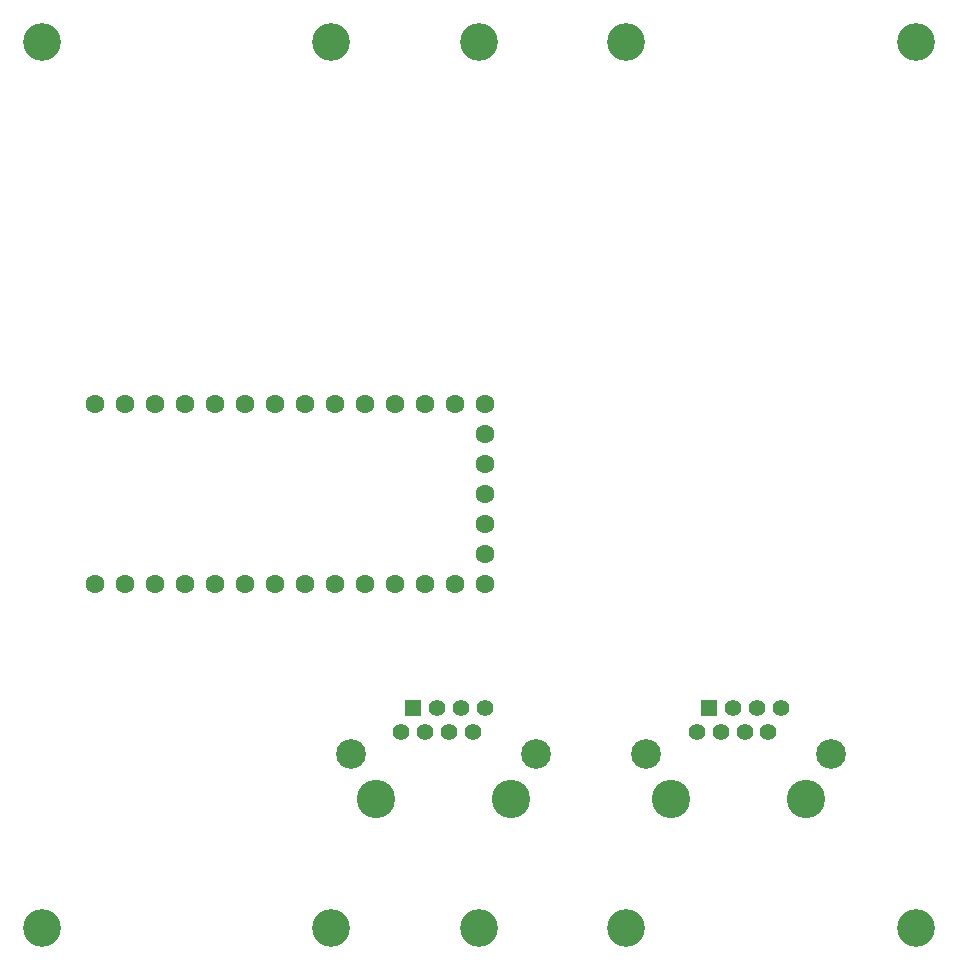
<source format=gbr>
%TF.GenerationSoftware,KiCad,Pcbnew,7.0.7-7.0.7~ubuntu20.04.1*%
%TF.CreationDate,2023-09-06T17:53:36-07:00*%
%TF.ProjectId,teensy-control-panel,7465656e-7379-42d6-936f-6e74726f6c2d,rev?*%
%TF.SameCoordinates,Original*%
%TF.FileFunction,Soldermask,Bot*%
%TF.FilePolarity,Negative*%
%FSLAX46Y46*%
G04 Gerber Fmt 4.6, Leading zero omitted, Abs format (unit mm)*
G04 Created by KiCad (PCBNEW 7.0.7-7.0.7~ubuntu20.04.1) date 2023-09-06 17:53:36*
%MOMM*%
%LPD*%
G01*
G04 APERTURE LIST*
%ADD10C,1.600000*%
%ADD11C,2.520000*%
%ADD12R,1.398000X1.398000*%
%ADD13C,1.398000*%
%ADD14C,3.250000*%
%ADD15C,3.200000*%
G04 APERTURE END LIST*
D10*
%TO.C,U101*%
X57490000Y-85160000D03*
X60030000Y-85160000D03*
X62570000Y-85160000D03*
X65110000Y-85160000D03*
X67650000Y-85160000D03*
X70190000Y-85160000D03*
X72730000Y-85160000D03*
X75270000Y-85160000D03*
X77810000Y-85160000D03*
X80350000Y-85160000D03*
X82890000Y-85160000D03*
X85430000Y-85160000D03*
X87970000Y-85160000D03*
X90510000Y-85160000D03*
X90510000Y-87700000D03*
X90510000Y-90240000D03*
X90510000Y-92780000D03*
X90510000Y-95320000D03*
X90510000Y-97860000D03*
X90510000Y-100400000D03*
X87970000Y-100400000D03*
X85430000Y-100400000D03*
X82890000Y-100400000D03*
X80350000Y-100400000D03*
X77810000Y-100400000D03*
X75270000Y-100400000D03*
X72730000Y-100400000D03*
X70190000Y-100400000D03*
X67650000Y-100400000D03*
X65110000Y-100400000D03*
X62570000Y-100400000D03*
X60030000Y-100400000D03*
X57490000Y-100400000D03*
%TD*%
D11*
%TO.C,CO101*%
X119850000Y-114725340D03*
X104150000Y-114725340D03*
D12*
X109465000Y-110835340D03*
D13*
X108445000Y-112865340D03*
X110475000Y-112865340D03*
X113525000Y-110835340D03*
X115555000Y-110835340D03*
X114535000Y-112865340D03*
X111495000Y-110835340D03*
X112505000Y-112865340D03*
D14*
X117715000Y-118585340D03*
X106285000Y-118585340D03*
%TD*%
D11*
%TO.C,CO102*%
X94850000Y-114725340D03*
X79150000Y-114725340D03*
D12*
X84465000Y-110835340D03*
D13*
X83445000Y-112865340D03*
X85475000Y-112865340D03*
X88525000Y-110835340D03*
X90555000Y-110835340D03*
X89535000Y-112865340D03*
X86495000Y-110835340D03*
X87505000Y-112865340D03*
D14*
X92715000Y-118585340D03*
X81285000Y-118585340D03*
%TD*%
D15*
%TO.C,H106*%
X127000000Y-54500000D03*
%TD*%
%TO.C,H110*%
X102500000Y-54500000D03*
%TD*%
%TO.C,H109*%
X90000000Y-54500000D03*
%TD*%
%TO.C,H108*%
X77500000Y-54500000D03*
%TD*%
%TO.C,H107*%
X53000000Y-54500000D03*
%TD*%
%TO.C,H105*%
X102500000Y-129500000D03*
%TD*%
%TO.C,H104*%
X127000000Y-129500000D03*
%TD*%
%TO.C,H103*%
X90000000Y-129500000D03*
%TD*%
%TO.C,H102*%
X53000000Y-129500000D03*
%TD*%
%TO.C,H101*%
X77500000Y-129500000D03*
%TD*%
M02*

</source>
